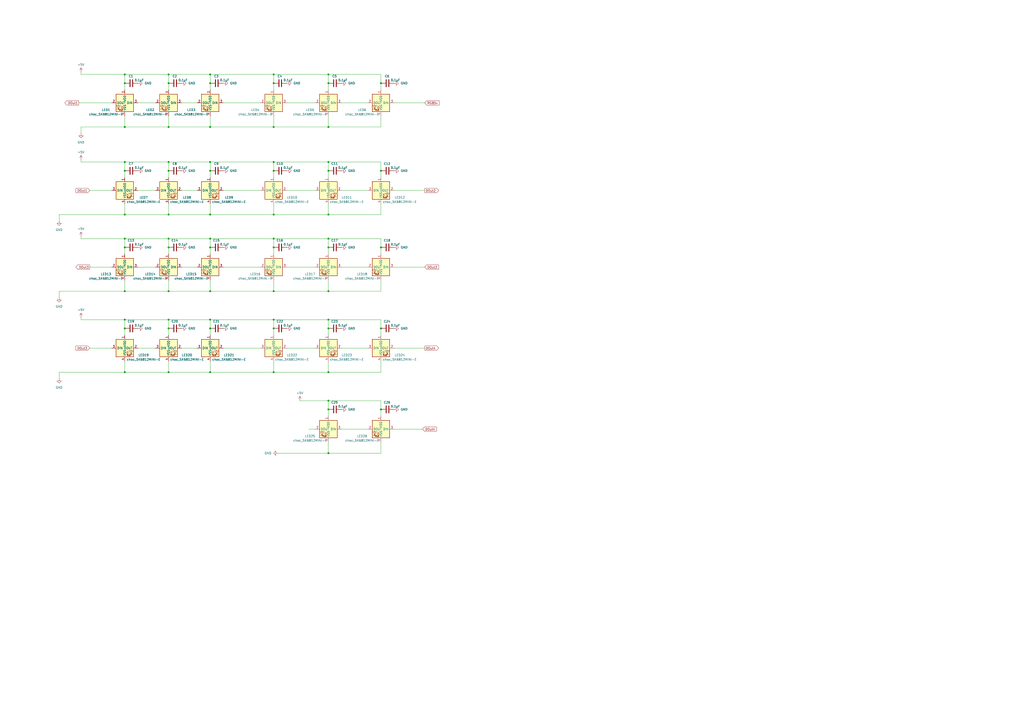
<source format=kicad_sch>
(kicad_sch (version 20250114) (generator "eeschema") (generator_version "9.0")
  (paper "A2")
  (lib_symbols
    (symbol "+5V_1" (power) (pin_names (offset 0))
      (property "Value" "+5V_1" (at 0 3.556 0))
      (symbol "+5V_1_0_1"
        (polyline (pts (xy -0.762 1.27) (xy 0 2.54)))
        (polyline (pts (xy 0 2.54) (xy 0.762 1.27)))
        (polyline (pts (xy 0 0) (xy 0 2.54)))
      )
      (symbol "+5V_1_1_1"
        (pin power_in line (at 0 0 90) (length 0) (hide yes) (name "+5V") (number "1"))
      )
    )
    (symbol "Device:C" (pin_numbers (hide yes)) (pin_names (offset 0.254))
      (property "Reference" "C" (at 0.635 2.54 0))
      (property "Value" "C" (at 0.635 -2.54 0))
      (symbol "C_0_1"
        (polyline (pts (xy -2.032 0.762) (xy 2.032 0.762)) (stroke (width 0.508)))
        (polyline (pts (xy -2.032 -0.762) (xy 2.032 -0.762)) (stroke (width 0.508)))
      )
      (symbol "C_1_1"
        (pin passive line (at 0 3.81 270) (length 2.794) (name "~") (number "1"))
        (pin passive line (at 0 -3.81 90) (length 2.794) (name "~") (number "2"))
      )
    )
    (symbol "PCM_marbastlib-choc:choc_SK6812MINI-E"
      (property "Reference" "LED" (at 2.54 6.35 0))
      (property "Value" "choc_SK6812MINI-E" (at 10.795 -6.35 0))
      (symbol "choc_SK6812MINI-E_0_0"
        (text "RGB" (at 2.286 -4.191 0) (effects (font (size 0.762 0.762))))
      )
      (symbol "choc_SK6812MINI-E_0_1"
        (rectangle (start -5.08 5.08) (end 5.08 -5.08) (stroke (width 0.254)) (fill (type background)))
        (polyline (pts (xy 1.27 -2.54) (xy 1.778 -2.54)))
        (polyline (pts (xy 1.27 -3.556) (xy 1.778 -3.556)))
        (polyline (pts (xy 2.286 -1.524) (xy 1.27 -2.54) (xy 1.27 -2.032)))
        (polyline (pts (xy 2.286 -2.54) (xy 1.27 -3.556) (xy 1.27 -3.048)))
        (polyline (pts (xy 3.683 -1.016) (xy 3.683 -3.556) (xy 3.683 -4.064)))
        (polyline (pts (xy 4.699 -1.524) (xy 2.667 -1.524) (xy 3.683 -3.556) (xy 4.699 -1.524)))
        (polyline (pts (xy 4.699 -3.556) (xy 2.667 -3.556)))
      )
      (symbol "choc_SK6812MINI-E_1_1"
        (pin input line (at -7.62 0 0) (length 2.54) (name "DIN") (number "3"))
        (pin power_in line (at 0 7.62 270) (length 2.54) (name "VDD") (number "1"))
        (pin power_in line (at 0 -7.62 90) (length 2.54) (name "VSS") (number "4"))
        (pin output line (at 7.62 0 180) (length 2.54) (name "DOUT") (number "2"))
      )
    )
    (symbol "power:GND" (power) (pin_numbers (hide yes)) (pin_names (offset 0) (hide yes))
      (property "Value" "GND" (at 0 -3.81 0))
      (symbol "GND_0_1"
        (polyline (pts (xy 0 0) (xy 0 -1.27) (xy 1.27 -1.27) (xy 0 -2.54) (xy -1.27 -1.27) (xy 0 -1.27)))
      )
      (symbol "GND_1_1"
        (pin power_in line (at 0 0 270) (length 0) (name "~") (number "1"))
      )
    )
  )
  (junction (at 121.92 215.9))
  (junction (at 190.5 168.91))
  (junction (at 158.75 73.66))
  (junction (at 121.92 93.98))
  (junction (at 97.79 73.66))
  (junction (at 97.79 168.91))
  (junction (at 72.39 124.46))
  (junction (at 158.75 48.26))
  (junction (at 72.39 99.06))
  (junction (at 158.75 190.5))
  (junction (at 97.79 185.42))
  (junction (at 72.39 168.91))
  (junction (at 220.98 143.51))
  (junction (at 121.92 124.46))
  (junction (at 97.79 93.98))
  (junction (at 97.79 124.46))
  (junction (at 190.5 190.5))
  (junction (at 72.39 43.18))
  (junction (at 158.75 99.06))
  (junction (at 121.92 99.06))
  (junction (at 190.5 138.43))
  (junction (at 158.75 124.46))
  (junction (at 190.5 143.51))
  (junction (at 190.5 185.42))
  (junction (at 158.75 185.42))
  (junction (at 190.5 215.9))
  (junction (at 72.39 48.26))
  (junction (at 121.92 43.18))
  (junction (at 158.75 143.51))
  (junction (at 190.5 124.46))
  (junction (at 121.92 138.43))
  (junction (at 190.5 99.06))
  (junction (at 72.39 143.51))
  (junction (at 97.79 215.9))
  (junction (at 97.79 143.51))
  (junction (at 72.39 215.9))
  (junction (at 158.75 43.18))
  (junction (at 190.5 43.18))
  (junction (at 220.98 237.49))
  (junction (at 220.98 48.26))
  (junction (at 97.79 99.06))
  (junction (at 190.5 237.49))
  (junction (at 72.39 138.43))
  (junction (at 220.98 190.5))
  (junction (at 220.98 99.06))
  (junction (at 97.79 190.5))
  (junction (at 97.79 138.43))
  (junction (at 72.39 190.5))
  (junction (at 72.39 73.66))
  (junction (at 158.75 168.91))
  (junction (at 121.92 190.5))
  (junction (at 72.39 93.98))
  (junction (at 158.75 93.98))
  (junction (at 190.5 262.89))
  (junction (at 158.75 215.9))
  (junction (at 121.92 143.51))
  (junction (at 190.5 232.41))
  (junction (at 121.92 168.91))
  (junction (at 72.39 185.42))
  (junction (at 121.92 73.66))
  (junction (at 97.79 43.18))
  (junction (at 97.79 48.26))
  (junction (at 121.92 185.42))
  (junction (at 158.75 138.43))
  (junction (at 190.5 48.26))
  (junction (at 121.92 48.26))
  (junction (at 190.5 73.66))
  (junction (at 190.5 93.98))
  (wire (pts (xy 46.99 92.71) (xy 46.99 93.98)))
  (wire (pts (xy 198.12 201.93) (xy 213.36 201.93)))
  (wire (pts (xy 46.99 73.66) (xy 72.39 73.66)))
  (wire (pts (xy 190.5 73.66) (xy 220.98 73.66)))
  (wire (pts (xy 121.92 209.55) (xy 121.92 215.9)))
  (wire (pts (xy 158.75 102.87) (xy 158.75 99.06)))
  (wire (pts (xy 129.54 201.93) (xy 151.13 201.93)))
  (wire (pts (xy 220.98 194.31) (xy 220.98 190.5)))
  (wire (pts (xy 97.79 102.87) (xy 97.79 99.06)))
  (wire (pts (xy 158.75 209.55) (xy 158.75 215.9)))
  (wire (pts (xy 198.12 154.94) (xy 213.36 154.94)))
  (wire (pts (xy 105.41 201.93) (xy 114.3 201.93)))
  (wire (pts (xy 121.92 124.46) (xy 158.75 124.46)))
  (wire (pts (xy 190.5 232.41) (xy 220.98 232.41)))
  (wire (pts (xy 105.41 154.94) (xy 114.3 154.94)))
  (wire (pts (xy 190.5 262.89) (xy 220.98 262.89)))
  (wire (pts (xy 121.92 48.26) (xy 121.92 43.18)))
  (wire (pts (xy 121.92 194.31) (xy 121.92 190.5)))
  (wire (pts (xy 129.54 154.94) (xy 151.13 154.94)))
  (wire (pts (xy 220.98 43.18) (xy 220.98 48.26)))
  (wire (pts (xy 161.29 262.89) (xy 190.5 262.89)))
  (wire (pts (xy 72.39 194.31) (xy 72.39 190.5)))
  (wire (pts (xy 190.5 168.91) (xy 220.98 168.91)))
  (wire (pts (xy 158.75 147.32) (xy 158.75 143.51)))
  (wire (pts (xy 220.98 67.31) (xy 220.98 73.66)))
  (wire (pts (xy 121.92 190.5) (xy 121.92 185.42)))
  (wire (pts (xy 121.92 52.07) (xy 121.92 48.26)))
  (wire (pts (xy 220.98 241.3) (xy 220.98 237.49)))
  (wire (pts (xy 34.29 124.46) (xy 34.29 128.27)))
  (wire (pts (xy 121.92 143.51) (xy 121.92 138.43)))
  (wire (pts (xy 158.75 118.11) (xy 158.75 124.46)))
  (wire (pts (xy 34.29 215.9) (xy 34.29 219.71)))
  (wire (pts (xy 129.54 59.69) (xy 151.13 59.69)))
  (wire (pts (xy 158.75 168.91) (xy 190.5 168.91)))
  (wire (pts (xy 72.39 215.9) (xy 97.79 215.9)))
  (wire (pts (xy 72.39 124.46) (xy 97.79 124.46)))
  (wire (pts (xy 121.92 99.06) (xy 121.92 93.98)))
  (wire (pts (xy 158.75 185.42) (xy 158.75 190.5)))
  (wire (pts (xy 72.39 67.31) (xy 72.39 73.66)))
  (wire (pts (xy 80.01 59.69) (xy 90.17 59.69)))
  (wire (pts (xy 166.37 110.49) (xy 182.88 110.49)))
  (wire (pts (xy 97.79 93.98) (xy 121.92 93.98)))
  (wire (pts (xy 52.07 110.49) (xy 64.77 110.49)))
  (wire (pts (xy 190.5 102.87) (xy 190.5 99.06)))
  (wire (pts (xy 166.37 59.69) (xy 182.88 59.69)))
  (wire (pts (xy 190.5 67.31) (xy 190.5 73.66)))
  (wire (pts (xy 121.92 93.98) (xy 158.75 93.98)))
  (wire (pts (xy 220.98 147.32) (xy 220.98 143.51)))
  (wire (pts (xy 72.39 147.32) (xy 72.39 143.51)))
  (wire (pts (xy 72.39 138.43) (xy 97.79 138.43)))
  (wire (pts (xy 190.5 93.98) (xy 190.5 99.06)))
  (wire (pts (xy 105.41 59.69) (xy 114.3 59.69)))
  (wire (pts (xy 72.39 168.91) (xy 97.79 168.91)))
  (wire (pts (xy 97.79 194.31) (xy 97.79 190.5)))
  (wire (pts (xy 190.5 138.43) (xy 190.5 143.51)))
  (wire (pts (xy 158.75 93.98) (xy 158.75 99.06)))
  (wire (pts (xy 46.99 73.66) (xy 46.99 77.47)))
  (wire (pts (xy 97.79 43.18) (xy 121.92 43.18)))
  (wire (pts (xy 158.75 73.66) (xy 190.5 73.66)))
  (wire (pts (xy 220.98 118.11) (xy 220.98 124.46)))
  (wire (pts (xy 220.98 209.55) (xy 220.98 215.9)))
  (wire (pts (xy 121.92 147.32) (xy 121.92 143.51)))
  (wire (pts (xy 34.29 168.91) (xy 72.39 168.91)))
  (wire (pts (xy 46.99 184.15) (xy 46.99 185.42)))
  (wire (pts (xy 46.99 43.18) (xy 72.39 43.18)))
  (wire (pts (xy 158.75 138.43) (xy 158.75 143.51)))
  (wire (pts (xy 80.01 154.94) (xy 90.17 154.94)))
  (wire (pts (xy 158.75 215.9) (xy 190.5 215.9)))
  (wire (pts (xy 190.5 43.18) (xy 220.98 43.18)))
  (wire (pts (xy 228.6 59.69) (xy 246.38 59.69)))
  (wire (pts (xy 220.98 138.43) (xy 220.98 143.51)))
  (wire (pts (xy 198.12 248.92) (xy 213.36 248.92)))
  (wire (pts (xy 190.5 124.46) (xy 220.98 124.46)))
  (wire (pts (xy 72.39 143.51) (xy 72.39 138.43)))
  (wire (pts (xy 158.75 93.98) (xy 190.5 93.98)))
  (wire (pts (xy 34.29 215.9) (xy 72.39 215.9)))
  (wire (pts (xy 72.39 99.06) (xy 72.39 93.98)))
  (wire (pts (xy 198.12 110.49) (xy 213.36 110.49)))
  (wire (pts (xy 158.75 67.31) (xy 158.75 73.66)))
  (wire (pts (xy 72.39 102.87) (xy 72.39 99.06)))
  (wire (pts (xy 80.01 110.49) (xy 90.17 110.49)))
  (wire (pts (xy 46.99 138.43) (xy 72.39 138.43)))
  (wire (pts (xy 190.5 93.98) (xy 220.98 93.98)))
  (wire (pts (xy 129.54 110.49) (xy 151.13 110.49)))
  (wire (pts (xy 97.79 190.5) (xy 97.79 185.42)))
  (wire (pts (xy 228.6 248.92) (xy 245.11 248.92)))
  (wire (pts (xy 190.5 138.43) (xy 220.98 138.43)))
  (wire (pts (xy 158.75 185.42) (xy 190.5 185.42)))
  (wire (pts (xy 190.5 185.42) (xy 190.5 190.5)))
  (wire (pts (xy 121.92 102.87) (xy 121.92 99.06)))
  (wire (pts (xy 46.99 93.98) (xy 72.39 93.98)))
  (wire (pts (xy 97.79 147.32) (xy 97.79 143.51)))
  (wire (pts (xy 228.6 154.94) (xy 246.38 154.94)))
  (wire (pts (xy 97.79 67.31) (xy 97.79 73.66)))
  (wire (pts (xy 158.75 43.18) (xy 158.75 48.26)))
  (wire (pts (xy 220.98 256.54) (xy 220.98 262.89)))
  (wire (pts (xy 97.79 168.91) (xy 121.92 168.91)))
  (wire (pts (xy 190.5 215.9) (xy 220.98 215.9)))
  (wire (pts (xy 121.92 215.9) (xy 158.75 215.9)))
  (wire (pts (xy 121.92 162.56) (xy 121.92 168.91)))
  (wire (pts (xy 158.75 124.46) (xy 190.5 124.46)))
  (wire (pts (xy 72.39 162.56) (xy 72.39 168.91)))
  (wire (pts (xy 228.6 110.49) (xy 246.38 110.49)))
  (wire (pts (xy 190.5 232.41) (xy 190.5 237.49)))
  (wire (pts (xy 158.75 194.31) (xy 158.75 190.5)))
  (wire (pts (xy 72.39 209.55) (xy 72.39 215.9)))
  (wire (pts (xy 121.92 185.42) (xy 158.75 185.42)))
  (wire (pts (xy 190.5 194.31) (xy 190.5 190.5)))
  (wire (pts (xy 72.39 190.5) (xy 72.39 185.42)))
  (wire (pts (xy 105.41 110.49) (xy 114.3 110.49)))
  (wire (pts (xy 121.92 73.66) (xy 158.75 73.66)))
  (wire (pts (xy 173.99 232.41) (xy 190.5 232.41)))
  (wire (pts (xy 97.79 52.07) (xy 97.79 48.26)))
  (wire (pts (xy 190.5 118.11) (xy 190.5 124.46)))
  (wire (pts (xy 72.39 52.07) (xy 72.39 48.26)))
  (wire (pts (xy 72.39 118.11) (xy 72.39 124.46)))
  (wire (pts (xy 97.79 138.43) (xy 121.92 138.43)))
  (wire (pts (xy 228.6 201.93) (xy 246.38 201.93)))
  (wire (pts (xy 190.5 185.42) (xy 220.98 185.42)))
  (wire (pts (xy 97.79 185.42) (xy 121.92 185.42)))
  (wire (pts (xy 166.37 154.94) (xy 182.88 154.94)))
  (wire (pts (xy 190.5 52.07) (xy 190.5 48.26)))
  (wire (pts (xy 97.79 124.46) (xy 121.92 124.46)))
  (wire (pts (xy 121.92 168.91) (xy 158.75 168.91)))
  (wire (pts (xy 97.79 48.26) (xy 97.79 43.18)))
  (wire (pts (xy 190.5 162.56) (xy 190.5 168.91)))
  (wire (pts (xy 121.92 118.11) (xy 121.92 124.46)))
  (wire (pts (xy 190.5 256.54) (xy 190.5 262.89)))
  (wire (pts (xy 46.99 41.91) (xy 46.99 43.18)))
  (wire (pts (xy 72.39 93.98) (xy 97.79 93.98)))
  (wire (pts (xy 190.5 209.55) (xy 190.5 215.9)))
  (wire (pts (xy 190.5 147.32) (xy 190.5 143.51)))
  (wire (pts (xy 190.5 241.3) (xy 190.5 237.49)))
  (wire (pts (xy 52.07 154.94) (xy 64.77 154.94)))
  (wire (pts (xy 80.01 201.93) (xy 90.17 201.93)))
  (wire (pts (xy 158.75 162.56) (xy 158.75 168.91)))
  (wire (pts (xy 220.98 185.42) (xy 220.98 190.5)))
  (wire (pts (xy 72.39 73.66) (xy 97.79 73.66)))
  (wire (pts (xy 72.39 48.26) (xy 72.39 43.18)))
  (wire (pts (xy 158.75 52.07) (xy 158.75 48.26)))
  (wire (pts (xy 97.79 73.66) (xy 121.92 73.66)))
  (wire (pts (xy 46.99 137.16) (xy 46.99 138.43)))
  (wire (pts (xy 190.5 43.18) (xy 190.5 48.26)))
  (wire (pts (xy 52.07 201.93) (xy 64.77 201.93)))
  (wire (pts (xy 72.39 185.42) (xy 97.79 185.42)))
  (wire (pts (xy 220.98 93.98) (xy 220.98 99.06)))
  (wire (pts (xy 34.29 168.91) (xy 34.29 172.72)))
  (wire (pts (xy 158.75 138.43) (xy 190.5 138.43)))
  (wire (pts (xy 166.37 201.93) (xy 182.88 201.93)))
  (wire (pts (xy 220.98 102.87) (xy 220.98 99.06)))
  (wire (pts (xy 121.92 138.43) (xy 158.75 138.43)))
  (wire (pts (xy 97.79 99.06) (xy 97.79 93.98)))
  (wire (pts (xy 158.75 43.18) (xy 190.5 43.18)))
  (wire (pts (xy 220.98 232.41) (xy 220.98 237.49)))
  (wire (pts (xy 72.39 43.18) (xy 97.79 43.18)))
  (wire (pts (xy 97.79 143.51) (xy 97.79 138.43)))
  (wire (pts (xy 97.79 118.11) (xy 97.79 124.46)))
  (wire (pts (xy 46.99 185.42) (xy 72.39 185.42)))
  (wire (pts (xy 97.79 162.56) (xy 97.79 168.91)))
  (wire (pts (xy 97.79 215.9) (xy 121.92 215.9)))
  (wire (pts (xy 34.29 124.46) (xy 72.39 124.46)))
  (wire (pts (xy 179.07 248.92) (xy 182.88 248.92)))
  (wire (pts (xy 97.79 209.55) (xy 97.79 215.9)))
  (wire (pts (xy 45.72 59.69) (xy 64.77 59.69)))
  (wire (pts (xy 220.98 52.07) (xy 220.98 48.26)))
  (wire (pts (xy 220.98 162.56) (xy 220.98 168.91)))
  (wire (pts (xy 121.92 43.18) (xy 158.75 43.18)))
  (wire (pts (xy 198.12 59.69) (xy 213.36 59.69)))
  (wire (pts (xy 121.92 67.31) (xy 121.92 73.66)))
  (global_label "DOut2" (shape output) (at 246.38 110.49 0) (property "Intersheetrefs" "${INTERSHEET_REFS}" (effects (hide yes))))
  (global_label "RGB5v" (shape input) (at 246.38 59.69 0) (property "Intersheetrefs" "${INTERSHEET_REFS}" (effects (hide yes))))
  (global_label "DOut1" (shape output) (at 45.72 59.69 180) (property "Intersheetrefs" "${INTERSHEET_REFS}" (effects (hide yes))))
  (global_label "DOut1" (shape input) (at 52.07 110.49 180) (property "Intersheetrefs" "${INTERSHEET_REFS}" (effects (hide yes))))
  (global_label "DOut2" (shape input) (at 246.38 154.94 0) (property "Intersheetrefs" "${INTERSHEET_REFS}" (effects (hide yes))))
  (global_label "DOut3" (shape output) (at 52.07 154.94 180) (property "Intersheetrefs" "${INTERSHEET_REFS}" (effects (hide yes))))
  (global_label "DOut4" (shape output) (at 246.38 201.93 0) (property "Intersheetrefs" "${INTERSHEET_REFS}" (effects (hide yes))))
  (global_label "DOut3" (shape input) (at 52.07 201.93 180) (property "Intersheetrefs" "${INTERSHEET_REFS}" (effects (hide yes))))
  (global_label "DOut4" (shape input) (at 245.11 248.92 0) (property "Intersheetrefs" "${INTERSHEET_REFS}" (effects (hide yes))))
  (symbol (lib_id "power:GND") (at 198.12 143.51 90) (unit 1)
    (property "Reference" "#PWR039" (effects (hide yes)))
    (property "Value" "GND" (at 201.93 143.5099 90) (effects (justify right)))
    (property "Description" "Power symbol creates a global label with name \"GND\" , ground" (effects (hide yes)))
  )
  (symbol (lib_id "power:GND") (at 228.6 99.06 90) (unit 1)
    (property "Reference" "#PWR031" (effects (hide yes)))
    (property "Value" "GND" (at 232.41 99.0599 90) (effects (justify right)))
    (property "Description" "Power symbol creates a global label with name \"GND\" , ground" (effects (hide yes)))
  )
  (symbol (lib_id "Device:C") (at 224.79 99.06 90) (unit 1)
    (property "Reference" "C12" (at 224.536 94.996 90))
    (property "Value" "0.1uF" (at 229.362 97.282 90))
    (property "Footprint" "Capacitor_SMD:C_0402_1005Metric" (effects (hide yes)))
    (property "Description" "Unpolarized capacitor" (effects (hide yes)))
  )
  (symbol (lib_id "PCM_marbastlib-choc:choc_SK6812MINI-E") (at 158.75 110.49 0) (unit 1)
    (property "Reference" "LED10" (at 169.418 114.554 0))
    (property "Value" "choc_SK6812MINI-E" (at 169.418 117.094 0))
    (property "Footprint" "PCM_marbastlib-choc:LED_choc_6028R" (effects (hide yes)))
    (property "Description" "Reverse mount adressable LED (WS2812 protocol)" (effects (hide yes)))
  )
  (symbol (lib_id "power:GND") (at 161.29 262.89 270) (unit 1)
    (property "Reference" "#PWR06" (effects (hide yes)))
    (property "Value" "GND" (at 157.48 262.8899 90) (effects (justify right)))
    (property "Description" "Power symbol creates a global label with name \"GND\" , ground" (effects (hide yes)))
  )
  (symbol (lib_id "PCM_marbastlib-choc:choc_SK6812MINI-E") (at 158.75 59.69 0) (mirror y) (unit 1)
    (property "Reference" "LED4" (at 148.082 63.754 0))
    (property "Value" "choc_SK6812MINI-E" (at 148.082 66.294 0))
    (property "Footprint" "PCM_marbastlib-choc:LED_choc_6028R" (effects (hide yes)))
    (property "Description" "Reverse mount adressable LED (WS2812 protocol)" (effects (hide yes)))
  )
  (symbol (lib_id "Device:C") (at 162.56 143.51 90) (unit 1)
    (property "Reference" "C16" (at 162.306 139.446 90))
    (property "Value" "0.1uF" (at 167.132 141.732 90))
    (property "Footprint" "Capacitor_SMD:C_0402_1005Metric" (effects (hide yes)))
    (property "Description" "Unpolarized capacitor" (effects (hide yes)))
  )
  (symbol (lib_id "power:GND") (at 80.01 99.06 90) (unit 1)
    (property "Reference" "#PWR026" (effects (hide yes)))
    (property "Value" "GND" (at 83.82 99.0599 90) (effects (justify right)))
    (property "Description" "Power symbol creates a global label with name \"GND\" , ground" (effects (hide yes)))
  )
  (symbol (lib_id "power:GND") (at 105.41 190.5 90) (unit 1)
    (property "Reference" "#PWR045" (effects (hide yes)))
    (property "Value" "GND" (at 109.22 190.4999 90) (effects (justify right)))
    (property "Description" "Power symbol creates a global label with name \"GND\" , ground" (effects (hide yes)))
  )
  (symbol (lib_id "PCM_marbastlib-choc:choc_SK6812MINI-E") (at 97.79 59.69 0) (mirror y) (unit 1)
    (property "Reference" "LED2" (at 87.122 63.754 0))
    (property "Value" "choc_SK6812MINI-E" (at 87.122 66.294 0))
    (property "Footprint" "PCM_marbastlib-choc:LED_choc_6028R" (effects (hide yes)))
    (property "Description" "Reverse mount adressable LED (WS2812 protocol)" (effects (hide yes)))
  )
  (symbol (lib_id "Device:C") (at 76.2 143.51 90) (unit 1)
    (property "Reference" "C13" (at 75.946 139.446 90))
    (property "Value" "0.1uF" (at 80.772 141.732 90))
    (property "Footprint" "Capacitor_SMD:C_0402_1005Metric" (effects (hide yes)))
    (property "Description" "Unpolarized capacitor" (effects (hide yes)))
  )
  (symbol (lib_id "power:GND") (at 198.12 48.26 90) (unit 1)
    (property "Reference" "#PWR021" (effects (hide yes)))
    (property "Value" "GND" (at 201.93 48.2599 90) (effects (justify right)))
    (property "Description" "Power symbol creates a global label with name \"GND\" , ground" (effects (hide yes)))
  )
  (symbol (lib_id "Device:C") (at 194.31 48.26 90) (unit 1)
    (property "Reference" "C5" (at 194.056 44.196 90))
    (property "Value" "0.1uF" (at 198.882 46.482 90))
    (property "Footprint" "Capacitor_SMD:C_0402_1005Metric" (effects (hide yes)))
    (property "Description" "Unpolarized capacitor" (effects (hide yes)))
  )
  (symbol (lib_id "Device:C") (at 101.6 143.51 90) (unit 1)
    (property "Reference" "C14" (at 101.346 139.446 90))
    (property "Value" "0.1uF" (at 106.172 141.732 90))
    (property "Footprint" "Capacitor_SMD:C_0402_1005Metric" (effects (hide yes)))
    (property "Description" "Unpolarized capacitor" (effects (hide yes)))
  )
  (symbol (lib_id "power:GND") (at 166.37 48.26 90) (unit 1)
    (property "Reference" "#PWR020" (effects (hide yes)))
    (property "Value" "GND" (at 170.18 48.2599 90) (effects (justify right)))
    (property "Description" "Power symbol creates a global label with name \"GND\" , ground" (effects (hide yes)))
  )
  (symbol (lib_id "power:GND") (at 80.01 48.26 90) (unit 1)
    (property "Reference" "#PWR017" (effects (hide yes)))
    (property "Value" "GND" (at 83.82 48.2599 90) (effects (justify right)))
    (property "Description" "Power symbol creates a global label with name \"GND\" , ground" (effects (hide yes)))
  )
  (symbol (lib_id "power:GND") (at 34.29 219.71 0) (unit 1)
    (property "Reference" "#PWR051" (effects (hide yes)))
    (property "Value" "GND" (at 34.29 224.79 0))
    (property "Description" "Power symbol creates a global label with name \"GND\" , ground" (effects (hide yes)))
  )
  (symbol (lib_id "PCM_marbastlib-choc:choc_SK6812MINI-E") (at 97.79 110.49 0) (unit 1)
    (property "Reference" "LED8" (at 108.458 114.554 0))
    (property "Value" "choc_SK6812MINI-E" (at 108.458 117.094 0))
    (property "Footprint" "PCM_marbastlib-choc:LED_choc_6028R" (effects (hide yes)))
    (property "Description" "Reverse mount adressable LED (WS2812 protocol)" (effects (hide yes)))
  )
  (symbol (lib_id "power:GND") (at 198.12 99.06 90) (unit 1)
    (property "Reference" "#PWR030" (effects (hide yes)))
    (property "Value" "GND" (at 201.93 99.0599 90) (effects (justify right)))
    (property "Description" "Power symbol creates a global label with name \"GND\" , ground" (effects (hide yes)))
  )
  (symbol (lib_id "PCM_marbastlib-choc:choc_SK6812MINI-E") (at 220.98 110.49 0) (unit 1)
    (property "Reference" "LED12" (at 231.902 114.554 0))
    (property "Value" "choc_SK6812MINI-E" (at 231.902 117.094 0))
    (property "Footprint" "PCM_marbastlib-choc:LED_choc_6028R" (effects (hide yes)))
    (property "Description" "Reverse mount adressable LED (WS2812 protocol)" (effects (hide yes)))
  )
  (symbol (lib_id "PCM_marbastlib-choc:choc_SK6812MINI-E") (at 121.92 110.49 0) (unit 1)
    (property "Reference" "LED9" (at 132.842 114.554 0))
    (property "Value" "choc_SK6812MINI-E" (at 132.842 117.094 0))
    (property "Footprint" "PCM_marbastlib-choc:LED_choc_6028R" (effects (hide yes)))
    (property "Description" "Reverse mount adressable LED (WS2812 protocol)" (effects (hide yes)))
  )
  (symbol (lib_id "power:GND") (at 129.54 143.51 90) (unit 1)
    (property "Reference" "#PWR037" (effects (hide yes)))
    (property "Value" "GND" (at 133.35 143.5099 90) (effects (justify right)))
    (property "Description" "Power symbol creates a global label with name \"GND\" , ground" (effects (hide yes)))
  )
  (symbol (lib_id "power:GND") (at 105.41 48.26 90) (unit 1)
    (property "Reference" "#PWR018" (effects (hide yes)))
    (property "Value" "GND" (at 109.22 48.2599 90) (effects (justify right)))
    (property "Description" "Power symbol creates a global label with name \"GND\" , ground" (effects (hide yes)))
  )
  (symbol (lib_id "PCM_marbastlib-choc:choc_SK6812MINI-E") (at 220.98 154.94 0) (mirror y) (unit 1)
    (property "Reference" "LED18" (at 210.058 159.004 0))
    (property "Value" "choc_SK6812MINI-E" (at 210.058 161.544 0))
    (property "Footprint" "PCM_marbastlib-choc:LED_choc_6028R" (effects (hide yes)))
    (property "Description" "Reverse mount adressable LED (WS2812 protocol)" (effects (hide yes)))
  )
  (symbol (lib_id "PCM_marbastlib-choc:choc_SK6812MINI-E") (at 158.75 201.93 0) (unit 1)
    (property "Reference" "LED22" (at 169.418 205.994 0))
    (property "Value" "choc_SK6812MINI-E" (at 169.418 208.534 0))
    (property "Footprint" "PCM_marbastlib-choc:LED_choc_6028R" (effects (hide yes)))
    (property "Description" "Reverse mount adressable LED (WS2812 protocol)" (effects (hide yes)))
  )
  (symbol (lib_id "Device:C") (at 76.2 190.5 90) (unit 1)
    (property "Reference" "C19" (at 75.946 186.436 90))
    (property "Value" "0.1uF" (at 80.772 188.722 90))
    (property "Footprint" "Capacitor_SMD:C_0402_1005Metric" (effects (hide yes)))
    (property "Description" "Unpolarized capacitor" (effects (hide yes)))
  )
  (symbol (lib_id "Device:C") (at 224.79 143.51 90) (unit 1)
    (property "Reference" "C18" (at 224.536 139.446 90))
    (property "Value" "0.1uF" (at 229.362 141.732 90))
    (property "Footprint" "Capacitor_SMD:C_0402_1005Metric" (effects (hide yes)))
    (property "Description" "Unpolarized capacitor" (effects (hide yes)))
  )
  (symbol (lib_id "power:GND") (at 80.01 190.5 90) (unit 1)
    (property "Reference" "#PWR044" (effects (hide yes)))
    (property "Value" "GND" (at 83.82 190.4999 90) (effects (justify right)))
    (property "Description" "Power symbol creates a global label with name \"GND\" , ground" (effects (hide yes)))
  )
  (symbol (lib_id "PCM_marbastlib-choc:choc_SK6812MINI-E") (at 220.98 201.93 0) (unit 1)
    (property "Reference" "LED24" (at 231.902 205.994 0))
    (property "Value" "choc_SK6812MINI-E" (at 231.902 208.534 0))
    (property "Footprint" "PCM_marbastlib-choc:LED_choc_6028R" (effects (hide yes)))
    (property "Description" "Reverse mount adressable LED (WS2812 protocol)" (effects (hide yes)))
  )
  (symbol (lib_id "Device:C") (at 162.56 99.06 90) (unit 1)
    (property "Reference" "C10" (at 162.306 94.996 90))
    (property "Value" "0.1uF" (at 167.132 97.282 90))
    (property "Footprint" "Capacitor_SMD:C_0402_1005Metric" (effects (hide yes)))
    (property "Description" "Unpolarized capacitor" (effects (hide yes)))
  )
  (symbol (lib_id "PCM_marbastlib-choc:choc_SK6812MINI-E") (at 121.92 201.93 0) (unit 1)
    (property "Reference" "LED21" (at 132.842 205.994 0))
    (property "Value" "choc_SK6812MINI-E" (at 132.842 208.534 0))
    (property "Footprint" "PCM_marbastlib-choc:LED_choc_6028R" (effects (hide yes)))
    (property "Description" "Reverse mount adressable LED (WS2812 protocol)" (effects (hide yes)))
  )
  (symbol (lib_id "PCM_marbastlib-choc:choc_SK6812MINI-E") (at 97.79 201.93 0) (unit 1)
    (property "Reference" "LED20" (at 108.458 205.994 0))
    (property "Value" "choc_SK6812MINI-E" (at 108.458 208.534 0))
    (property "Footprint" "PCM_marbastlib-choc:LED_choc_6028R" (effects (hide yes)))
    (property "Description" "Reverse mount adressable LED (WS2812 protocol)" (effects (hide yes)))
  )
  (symbol (lib_id "power:GND") (at 166.37 143.51 90) (unit 1)
    (property "Reference" "#PWR038" (effects (hide yes)))
    (property "Value" "GND" (at 170.18 143.5099 90) (effects (justify right)))
    (property "Description" "Power symbol creates a global label with name \"GND\" , ground" (effects (hide yes)))
  )
  (symbol (lib_id "power:GND") (at 198.12 190.5 90) (unit 1)
    (property "Reference" "#PWR048" (effects (hide yes)))
    (property "Value" "GND" (at 201.93 190.4999 90) (effects (justify right)))
    (property "Description" "Power symbol creates a global label with name \"GND\" , ground" (effects (hide yes)))
  )
  (symbol (lib_id "Device:C") (at 76.2 48.26 90) (unit 1)
    (property "Reference" "C1" (at 75.946 44.196 90))
    (property "Value" "0.1uF" (at 80.772 46.482 90))
    (property "Footprint" "Capacitor_SMD:C_0402_1005Metric" (effects (hide yes)))
    (property "Description" "Unpolarized capacitor" (effects (hide yes)))
  )
  (symbol (lib_id "power:GND") (at 46.99 77.47 0) (unit 1)
    (property "Reference" "#PWR024" (effects (hide yes)))
    (property "Value" "GND" (at 46.99 82.55 0))
    (property "Description" "Power symbol creates a global label with name \"GND\" , ground" (effects (hide yes)))
  )
  (symbol (lib_id "Device:C") (at 125.73 48.26 90) (unit 1)
    (property "Reference" "C3" (at 125.476 44.196 90))
    (property "Value" "0.1uF" (at 130.302 46.482 90))
    (property "Footprint" "Capacitor_SMD:C_0402_1005Metric" (effects (hide yes)))
    (property "Description" "Unpolarized capacitor" (effects (hide yes)))
  )
  (symbol (lib_id "power:GND") (at 105.41 143.51 90) (unit 1)
    (property "Reference" "#PWR036" (effects (hide yes)))
    (property "Value" "GND" (at 109.22 143.5099 90) (effects (justify right)))
    (property "Description" "Power symbol creates a global label with name \"GND\" , ground" (effects (hide yes)))
  )
  (symbol (lib_id "power:GND") (at 166.37 190.5 90) (unit 1)
    (property "Reference" "#PWR047" (effects (hide yes)))
    (property "Value" "GND" (at 170.18 190.4999 90) (effects (justify right)))
    (property "Description" "Power symbol creates a global label with name \"GND\" , ground" (effects (hide yes)))
  )
  (symbol (lib_id "power:GND") (at 228.6 143.51 90) (unit 1)
    (property "Reference" "#PWR040" (effects (hide yes)))
    (property "Value" "GND" (at 232.41 143.5099 90) (effects (justify right)))
    (property "Description" "Power symbol creates a global label with name \"GND\" , ground" (effects (hide yes)))
  )
  (symbol (lib_id "Device:C") (at 224.79 190.5 90) (unit 1)
    (property "Reference" "C24" (at 224.536 186.436 90))
    (property "Value" "0.1uF" (at 229.362 188.722 90))
    (property "Footprint" "Capacitor_SMD:C_0402_1005Metric" (effects (hide yes)))
    (property "Description" "Unpolarized capacitor" (effects (hide yes)))
  )
  (symbol (lib_id "Device:C") (at 194.31 190.5 90) (unit 1)
    (property "Reference" "C23" (at 194.056 186.436 90))
    (property "Value" "0.1uF" (at 198.882 188.722 90))
    (property "Footprint" "Capacitor_SMD:C_0402_1005Metric" (effects (hide yes)))
    (property "Description" "Unpolarized capacitor" (effects (hide yes)))
  )
  (symbol (lib_id "Device:C") (at 125.73 190.5 90) (unit 1)
    (property "Reference" "C21" (at 125.476 186.436 90))
    (property "Value" "0.1uF" (at 130.302 188.722 90))
    (property "Footprint" "Capacitor_SMD:C_0402_1005Metric" (effects (hide yes)))
    (property "Description" "Unpolarized capacitor" (effects (hide yes)))
  )
  (symbol (lib_id "power:GND") (at 34.29 128.27 0) (unit 1)
    (property "Reference" "#PWR033" (effects (hide yes)))
    (property "Value" "GND" (at 34.29 133.35 0))
    (property "Description" "Power symbol creates a global label with name \"GND\" , ground" (effects (hide yes)))
  )
  (symbol (lib_id "PCM_marbastlib-choc:choc_SK6812MINI-E") (at 72.39 201.93 0) (unit 1)
    (property "Reference" "LED19" (at 83.312 205.994 0))
    (property "Value" "choc_SK6812MINI-E" (at 83.312 208.534 0))
    (property "Footprint" "PCM_marbastlib-choc:LED_choc_6028R" (effects (hide yes)))
    (property "Description" "Reverse mount adressable LED (WS2812 protocol)" (effects (hide yes)))
  )
  (symbol (lib_id "power:GND") (at 228.6 48.26 90) (unit 1)
    (property "Reference" "#PWR022" (effects (hide yes)))
    (property "Value" "GND" (at 232.41 48.2599 90) (effects (justify right)))
    (property "Description" "Power symbol creates a global label with name \"GND\" , ground" (effects (hide yes)))
  )
  (symbol (lib_id "Device:C") (at 76.2 99.06 90) (unit 1)
    (property "Reference" "C7" (at 75.946 94.996 90))
    (property "Value" "0.1uF" (at 80.772 97.282 90))
    (property "Footprint" "Capacitor_SMD:C_0402_1005Metric" (effects (hide yes)))
    (property "Description" "Unpolarized capacitor" (effects (hide yes)))
  )
  (symbol (lib_name "+5V_1") (lib_id "power:+5V") (at 173.99 232.41 0) (unit 1)
    (property "Reference" "#PWR052" (effects (hide yes)))
    (property "Value" "+5V" (at 173.99 227.965 0))
  )
  (symbol (lib_id "Device:C") (at 194.31 99.06 90) (unit 1)
    (property "Reference" "C11" (at 194.056 94.996 90))
    (property "Value" "0.1uF" (at 198.882 97.282 90))
    (property "Footprint" "Capacitor_SMD:C_0402_1005Metric" (effects (hide yes)))
    (property "Description" "Unpolarized capacitor" (effects (hide yes)))
  )
  (symbol (lib_id "power:GND") (at 198.12 237.49 90) (unit 1)
    (property "Reference" "#PWR057" (effects (hide yes)))
    (property "Value" "GND" (at 201.93 237.4899 90) (effects (justify right)))
    (property "Description" "Power symbol creates a global label with name \"GND\" , ground" (effects (hide yes)))
  )
  (symbol (lib_id "PCM_marbastlib-choc:choc_SK6812MINI-E") (at 97.79 154.94 0) (mirror y) (unit 1)
    (property "Reference" "LED14" (at 87.122 159.004 0))
    (property "Value" "choc_SK6812MINI-E" (at 87.122 161.544 0))
    (property "Footprint" "PCM_marbastlib-choc:LED_choc_6028R" (effects (hide yes)))
    (property "Description" "Reverse mount adressable LED (WS2812 protocol)" (effects (hide yes)))
  )
  (symbol (lib_id "Device:C") (at 194.31 237.49 90) (unit 1)
    (property "Reference" "C25" (at 194.056 233.426 90))
    (property "Value" "0.1uF" (at 198.882 235.712 90))
    (property "Footprint" "Capacitor_SMD:C_0402_1005Metric" (effects (hide yes)))
    (property "Description" "Unpolarized capacitor" (effects (hide yes)))
  )
  (symbol (lib_id "power:GND") (at 228.6 237.49 90) (unit 1)
    (property "Reference" "#PWR058" (effects (hide yes)))
    (property "Value" "GND" (at 232.41 237.4899 90) (effects (justify right)))
    (property "Description" "Power symbol creates a global label with name \"GND\" , ground" (effects (hide yes)))
  )
  (symbol (lib_id "Device:C") (at 224.79 48.26 90) (unit 1)
    (property "Reference" "C6" (at 224.536 44.196 90))
    (property "Value" "0.1uF" (at 229.362 46.482 90))
    (property "Footprint" "Capacitor_SMD:C_0402_1005Metric" (effects (hide yes)))
    (property "Description" "Unpolarized capacitor" (effects (hide yes)))
  )
  (symbol (lib_id "PCM_marbastlib-choc:choc_SK6812MINI-E") (at 190.5 248.92 0) (mirror y) (unit 1)
    (property "Reference" "LED25" (at 179.832 252.984 0))
    (property "Value" "choc_SK6812MINI-E" (at 179.832 255.524 0))
    (property "Footprint" "PCM_marbastlib-choc:LED_choc_6028R" (effects (hide yes)))
    (property "Description" "Reverse mount adressable LED (WS2812 protocol)" (effects (hide yes)))
  )
  (symbol (lib_id "PCM_marbastlib-choc:choc_SK6812MINI-E") (at 190.5 154.94 0) (mirror y) (unit 1)
    (property "Reference" "LED17" (at 179.832 159.004 0))
    (property "Value" "choc_SK6812MINI-E" (at 179.832 161.544 0))
    (property "Footprint" "PCM_marbastlib-choc:LED_choc_6028R" (effects (hide yes)))
    (property "Description" "Reverse mount adressable LED (WS2812 protocol)" (effects (hide yes)))
  )
  (symbol (lib_id "Device:C") (at 224.79 237.49 90) (unit 1)
    (property "Reference" "C26" (at 224.536 233.426 90))
    (property "Value" "0.1uF" (at 229.362 235.712 90))
    (property "Footprint" "Capacitor_SMD:C_0402_1005Metric" (effects (hide yes)))
    (property "Description" "Unpolarized capacitor" (effects (hide yes)))
  )
  (symbol (lib_id "power:GND") (at 129.54 99.06 90) (unit 1)
    (property "Reference" "#PWR028" (effects (hide yes)))
    (property "Value" "GND" (at 133.35 99.0599 90) (effects (justify right)))
    (property "Description" "Power symbol creates a global label with name \"GND\" , ground" (effects (hide yes)))
  )
  (symbol (lib_id "power:GND") (at 105.41 99.06 90) (unit 1)
    (property "Reference" "#PWR027" (effects (hide yes)))
    (property "Value" "GND" (at 109.22 99.0599 90) (effects (justify right)))
    (property "Description" "Power symbol creates a global label with name \"GND\" , ground" (effects (hide yes)))
  )
  (symbol (lib_id "Device:C") (at 125.73 99.06 90) (unit 1)
    (property "Reference" "C9" (at 125.476 94.996 90))
    (property "Value" "0.1uF" (at 130.302 97.282 90))
    (property "Footprint" "Capacitor_SMD:C_0402_1005Metric" (effects (hide yes)))
    (property "Description" "Unpolarized capacitor" (effects (hide yes)))
  )
  (symbol (lib_id "Device:C") (at 194.31 143.51 90) (unit 1)
    (property "Reference" "C17" (at 194.056 139.446 90))
    (property "Value" "0.1uF" (at 198.882 141.732 90))
    (property "Footprint" "Capacitor_SMD:C_0402_1005Metric" (effects (hide yes)))
    (property "Description" "Unpolarized capacitor" (effects (hide yes)))
  )
  (symbol (lib_id "power:GND") (at 129.54 48.26 90) (unit 1)
    (property "Reference" "#PWR019" (effects (hide yes)))
    (property "Value" "GND" (at 133.35 48.2599 90) (effects (justify right)))
    (property "Description" "Power symbol creates a global label with name \"GND\" , ground" (effects (hide yes)))
  )
  (symbol (lib_id "power:GND") (at 129.54 190.5 90) (unit 1)
    (property "Reference" "#PWR046" (effects (hide yes)))
    (property "Value" "GND" (at 133.35 190.4999 90) (effects (justify right)))
    (property "Description" "Power symbol creates a global label with name \"GND\" , ground" (effects (hide yes)))
  )
  (symbol (lib_id "PCM_marbastlib-choc:choc_SK6812MINI-E") (at 220.98 59.69 0) (mirror y) (unit 1)
    (property "Reference" "LED6" (at 210.058 63.754 0))
    (property "Value" "choc_SK6812MINI-E" (at 210.058 66.294 0))
    (property "Footprint" "PCM_marbastlib-choc:LED_choc_6028R" (effects (hide yes)))
    (property "Description" "Reverse mount adressable LED (WS2812 protocol)" (effects (hide yes)))
  )
  (symbol (lib_id "Device:C") (at 162.56 48.26 90) (unit 1)
    (property "Reference" "C4" (at 162.306 44.196 90))
    (property "Value" "0.1uF" (at 167.132 46.482 90))
    (property "Footprint" "Capacitor_SMD:C_0402_1005Metric" (effects (hide yes)))
    (property "Description" "Unpolarized capacitor" (effects (hide yes)))
  )
  (symbol (lib_id "PCM_marbastlib-choc:choc_SK6812MINI-E") (at 72.39 59.69 0) (mirror y) (unit 1)
    (property "Reference" "LED1" (at 61.468 63.754 0))
    (property "Value" "choc_SK6812MINI-E" (at 61.468 66.294 0))
    (property "Footprint" "PCM_marbastlib-choc:LED_choc_6028R" (effects (hide yes)))
    (property "Description" "Reverse mount adressable LED (WS2812 protocol)" (effects (hide yes)))
  )
  (symbol (lib_id "PCM_marbastlib-choc:choc_SK6812MINI-E") (at 72.39 110.49 0) (unit 1)
    (property "Reference" "LED7" (at 83.312 114.554 0))
    (property "Value" "choc_SK6812MINI-E" (at 83.312 117.094 0))
    (property "Footprint" "PCM_marbastlib-choc:LED_choc_6028R" (effects (hide yes)))
    (property "Description" "Reverse mount adressable LED (WS2812 protocol)" (effects (hide yes)))
  )
  (symbol (lib_name "+5V_1") (lib_id "power:+5V") (at 46.99 92.71 0) (unit 1)
    (property "Reference" "#PWR025" (effects (hide yes)))
    (property "Value" "+5V" (at 46.99 88.265 0))
  )
  (symbol (lib_name "+5V_1") (lib_id "power:+5V") (at 46.99 137.16 0) (unit 1)
    (property "Reference" "#PWR034" (effects (hide yes)))
    (property "Value" "+5V" (at 46.99 132.715 0))
  )
  (symbol (lib_id "PCM_marbastlib-choc:choc_SK6812MINI-E") (at 121.92 59.69 0) (mirror y) (unit 1)
    (property "Reference" "LED3" (at 110.998 63.754 0))
    (property "Value" "choc_SK6812MINI-E" (at 110.998 66.294 0))
    (property "Footprint" "PCM_marbastlib-choc:LED_choc_6028R" (effects (hide yes)))
    (property "Description" "Reverse mount adressable LED (WS2812 protocol)" (effects (hide yes)))
  )
  (symbol (lib_id "PCM_marbastlib-choc:choc_SK6812MINI-E") (at 158.75 154.94 0) (mirror y) (unit 1)
    (property "Reference" "LED16" (at 148.082 159.004 0))
    (property "Value" "choc_SK6812MINI-E" (at 148.082 161.544 0))
    (property "Footprint" "PCM_marbastlib-choc:LED_choc_6028R" (effects (hide yes)))
    (property "Description" "Reverse mount adressable LED (WS2812 protocol)" (effects (hide yes)))
  )
  (symbol (lib_name "+5V_1") (lib_id "power:+5V") (at 46.99 41.91 0) (unit 1)
    (property "Reference" "#PWR016" (effects (hide yes)))
    (property "Value" "+5V" (at 46.99 37.465 0))
  )
  (symbol (lib_id "PCM_marbastlib-choc:choc_SK6812MINI-E") (at 190.5 59.69 0) (mirror y) (unit 1)
    (property "Reference" "LED5" (at 179.832 63.754 0))
    (property "Value" "choc_SK6812MINI-E" (at 179.832 66.294 0))
    (property "Footprint" "PCM_marbastlib-choc:LED_choc_6028R" (effects (hide yes)))
    (property "Description" "Reverse mount adressable LED (WS2812 protocol)" (effects (hide yes)))
  )
  (symbol (lib_id "power:GND") (at 166.37 99.06 90) (unit 1)
    (property "Reference" "#PWR029" (effects (hide yes)))
    (property "Value" "GND" (at 170.18 99.0599 90) (effects (justify right)))
    (property "Description" "Power symbol creates a global label with name \"GND\" , ground" (effects (hide yes)))
  )
  (symbol (lib_id "PCM_marbastlib-choc:choc_SK6812MINI-E") (at 72.39 154.94 0) (mirror y) (unit 1)
    (property "Reference" "LED13" (at 61.468 159.004 0))
    (property "Value" "choc_SK6812MINI-E" (at 61.468 161.544 0))
    (property "Footprint" "PCM_marbastlib-choc:LED_choc_6028R" (effects (hide yes)))
    (property "Description" "Reverse mount adressable LED (WS2812 protocol)" (effects (hide yes)))
  )
  (symbol (lib_name "+5V_1") (lib_id "power:+5V") (at 46.99 184.15 0) (unit 1)
    (property "Reference" "#PWR043" (effects (hide yes)))
    (property "Value" "+5V" (at 46.99 179.705 0))
  )
  (symbol (lib_id "PCM_marbastlib-choc:choc_SK6812MINI-E") (at 190.5 110.49 0) (unit 1)
    (property "Reference" "LED11" (at 201.168 114.554 0))
    (property "Value" "choc_SK6812MINI-E" (at 201.168 117.094 0))
    (property "Footprint" "PCM_marbastlib-choc:LED_choc_6028R" (effects (hide yes)))
    (property "Description" "Reverse mount adressable LED (WS2812 protocol)" (effects (hide yes)))
  )
  (symbol (lib_id "Device:C") (at 101.6 190.5 90) (unit 1)
    (property "Reference" "C20" (at 101.346 186.436 90))
    (property "Value" "0.1uF" (at 106.172 188.722 90))
    (property "Footprint" "Capacitor_SMD:C_0402_1005Metric" (effects (hide yes)))
    (property "Description" "Unpolarized capacitor" (effects (hide yes)))
  )
  (symbol (lib_id "power:GND") (at 80.01 143.51 90) (unit 1)
    (property "Reference" "#PWR035" (effects (hide yes)))
    (property "Value" "GND" (at 83.82 143.5099 90) (effects (justify right)))
    (property "Description" "Power symbol creates a global label with name \"GND\" , ground" (effects (hide yes)))
  )
  (symbol (lib_id "PCM_marbastlib-choc:choc_SK6812MINI-E") (at 190.5 201.93 0) (unit 1)
    (property "Reference" "LED23" (at 201.168 205.994 0))
    (property "Value" "choc_SK6812MINI-E" (at 201.168 208.534 0))
    (property "Footprint" "PCM_marbastlib-choc:LED_choc_6028R" (effects (hide yes)))
    (property "Description" "Reverse mount adressable LED (WS2812 protocol)" (effects (hide yes)))
  )
  (symbol (lib_id "Device:C") (at 101.6 99.06 90) (unit 1)
    (property "Reference" "C8" (at 101.346 94.996 90))
    (property "Value" "0.1uF" (at 106.172 97.282 90))
    (property "Footprint" "Capacitor_SMD:C_0402_1005Metric" (effects (hide yes)))
    (property "Description" "Unpolarized capacitor" (effects (hide yes)))
  )
  (symbol (lib_id "power:GND") (at 34.29 172.72 0) (unit 1)
    (property "Reference" "#PWR042" (effects (hide yes)))
    (property "Value" "GND" (at 34.29 177.8 0))
    (property "Description" "Power symbol creates a global label with name \"GND\" , ground" (effects (hide yes)))
  )
  (symbol (lib_id "power:GND") (at 228.6 190.5 90) (unit 1)
    (property "Reference" "#PWR049" (effects (hide yes)))
    (property "Value" "GND" (at 232.41 190.4999 90) (effects (justify right)))
    (property "Description" "Power symbol creates a global label with name \"GND\" , ground" (effects (hide yes)))
  )
  (symbol (lib_id "Device:C") (at 101.6 48.26 90) (unit 1)
    (property "Reference" "C2" (at 101.346 44.196 90))
    (property "Value" "0.1uF" (at 106.172 46.482 90))
    (property "Footprint" "Capacitor_SMD:C_0402_1005Metric" (effects (hide yes)))
    (property "Description" "Unpolarized capacitor" (effects (hide yes)))
  )
  (symbol (lib_id "Device:C") (at 162.56 190.5 90) (unit 1)
    (property "Reference" "C22" (at 162.306 186.436 90))
    (property "Value" "0.1uF" (at 167.132 188.722 90))
    (property "Footprint" "Capacitor_SMD:C_0402_1005Metric" (effects (hide yes)))
    (property "Description" "Unpolarized capacitor" (effects (hide yes)))
  )
  (symbol (lib_id "PCM_marbastlib-choc:choc_SK6812MINI-E") (at 220.98 248.92 0) (mirror y) (unit 1)
    (property "Reference" "LED26" (at 210.058 252.984 0))
    (property "Value" "choc_SK6812MINI-E" (at 210.058 255.524 0))
    (property "Footprint" "PCM_marbastlib-choc:LED_choc_6028R" (effects (hide yes)))
    (property "Description" "Reverse mount adressable LED (WS2812 protocol)" (effects (hide yes)))
  )
  (symbol (lib_id "Device:C") (at 125.73 143.51 90) (unit 1)
    (property "Reference" "C15" (at 125.476 139.446 90))
    (property "Value" "0.1uF" (at 130.302 141.732 90))
    (property "Footprint" "Capacitor_SMD:C_0402_1005Metric" (effects (hide yes)))
    (property "Description" "Unpolarized capacitor" (effects (hide yes)))
  )
  (symbol (lib_id "PCM_marbastlib-choc:choc_SK6812MINI-E") (at 121.92 154.94 0) (mirror y) (unit 1)
    (property "Reference" "LED15" (at 110.998 159.004 0))
    (property "Value" "choc_SK6812MINI-E" (at 110.998 161.544 0))
    (property "Footprint" "PCM_marbastlib-choc:LED_choc_6028R" (effects (hide yes)))
    (property "Description" "Reverse mount adressable LED (WS2812 protocol)" (effects (hide yes)))
  )
)
</source>
